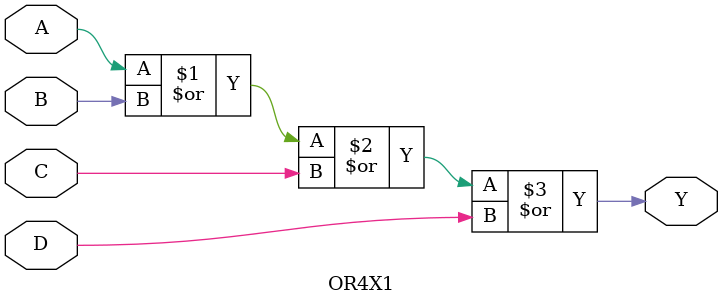
<source format=v>


module OR4X1 (A, B, C, D, Y );
	input A, B, C, D;
	output Y;

	assign Y = A | B | C | D;

endmodule

</source>
